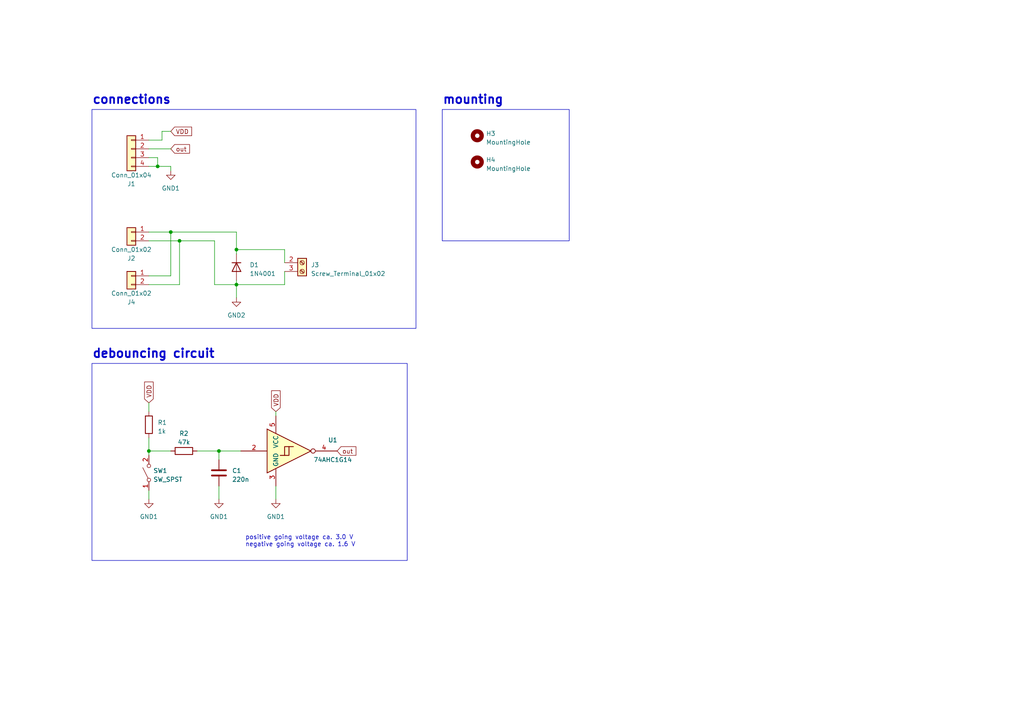
<source format=kicad_sch>
(kicad_sch (version 20230121) (generator eeschema)

  (uuid ff38bd8e-cdde-4344-bb38-5da0b0ef9cde)

  (paper "A4")

  (lib_symbols
    (symbol "74xGxx:74AHC1G14" (in_bom yes) (on_board yes)
      (property "Reference" "U" (at -2.54 3.81 0)
        (effects (font (size 1.27 1.27)))
      )
      (property "Value" "74AHC1G14" (at 0 -3.81 0)
        (effects (font (size 1.27 1.27)))
      )
      (property "Footprint" "" (at 0 0 0)
        (effects (font (size 1.27 1.27)) hide)
      )
      (property "Datasheet" "https://www.ti.com/lit/ds/symlink/sn74lvc1g14.pdf" (at 0 0 0)
        (effects (font (size 1.27 1.27)) hide)
      )
      (property "ki_keywords" "Single Gate NOT Schmitt LVC CMOS" (at 0 0 0)
        (effects (font (size 1.27 1.27)) hide)
      )
      (property "ki_description" "Single Schmitt NOT Gate, Low-Voltage CMOS" (at 0 0 0)
        (effects (font (size 1.27 1.27)) hide)
      )
      (property "ki_fp_filters" "SOT* SG-*" (at 0 0 0)
        (effects (font (size 1.27 1.27)) hide)
      )
      (symbol "74AHC1G14_0_1"
        (polyline
          (pts
            (xy -2.54 -1.27)
            (xy -1.27 -1.27)
            (xy -1.27 1.27)
          )
          (stroke (width 0.254) (type default))
          (fill (type background))
        )
        (polyline
          (pts
            (xy -7.62 6.35)
            (xy -7.62 -6.35)
            (xy 5.08 0)
            (xy -7.62 6.35)
          )
          (stroke (width 0.254) (type default))
          (fill (type background))
        )
        (polyline
          (pts
            (xy -3.81 -1.27)
            (xy -2.54 -1.27)
            (xy -2.54 1.27)
            (xy 0 1.27)
          )
          (stroke (width 0.254) (type default))
          (fill (type background))
        )
      )
      (symbol "74AHC1G14_1_1"
        (pin input line (at -15.24 0 0) (length 7.62)
          (name "~" (effects (font (size 1.27 1.27))))
          (number "2" (effects (font (size 1.27 1.27))))
        )
        (pin power_in line (at -5.08 -10.16 90) (length 5.08)
          (name "GND" (effects (font (size 1.27 1.27))))
          (number "3" (effects (font (size 1.27 1.27))))
        )
        (pin output inverted (at 12.7 0 180) (length 7.62)
          (name "~" (effects (font (size 1.27 1.27))))
          (number "4" (effects (font (size 1.27 1.27))))
        )
        (pin power_in line (at -5.08 10.16 270) (length 5.08)
          (name "VCC" (effects (font (size 1.27 1.27))))
          (number "5" (effects (font (size 1.27 1.27))))
        )
      )
    )
    (symbol "Connector:Screw_Terminal_01x02" (pin_names (offset 1.016) hide) (in_bom yes) (on_board yes)
      (property "Reference" "J3" (at 2.54 -0.635 0)
        (effects (font (size 1.27 1.27)) (justify left))
      )
      (property "Value" "Screw_Terminal_01x02" (at 2.54 -3.175 0)
        (effects (font (size 1.27 1.27)) (justify left))
      )
      (property "Footprint" "Connector_Amphenol:FLTS22WR00" (at 0 0 0)
        (effects (font (size 1.27 1.27)) hide)
      )
      (property "Datasheet" "~" (at 0 0 0)
        (effects (font (size 1.27 1.27)) hide)
      )
      (property "ki_keywords" "screw terminal" (at 0 0 0)
        (effects (font (size 1.27 1.27)) hide)
      )
      (property "ki_description" "Generic screw terminal, single row, 01x02, script generated (kicad-library-utils/schlib/autogen/connector/)" (at 0 0 0)
        (effects (font (size 1.27 1.27)) hide)
      )
      (property "ki_fp_filters" "TerminalBlock*:*" (at 0 0 0)
        (effects (font (size 1.27 1.27)) hide)
      )
      (symbol "Screw_Terminal_01x02_1_1"
        (rectangle (start -1.27 1.27) (end 1.27 -3.81)
          (stroke (width 0.254) (type default))
          (fill (type background))
        )
        (circle (center 0 -2.54) (radius 0.635)
          (stroke (width 0.1524) (type default))
          (fill (type none))
        )
        (polyline
          (pts
            (xy -0.5334 -2.2098)
            (xy 0.3302 -3.048)
          )
          (stroke (width 0.1524) (type default))
          (fill (type none))
        )
        (polyline
          (pts
            (xy -0.5334 0.3302)
            (xy 0.3302 -0.508)
          )
          (stroke (width 0.1524) (type default))
          (fill (type none))
        )
        (polyline
          (pts
            (xy -0.3556 -2.032)
            (xy 0.508 -2.8702)
          )
          (stroke (width 0.1524) (type default))
          (fill (type none))
        )
        (polyline
          (pts
            (xy -0.3556 0.508)
            (xy 0.508 -0.3302)
          )
          (stroke (width 0.1524) (type default))
          (fill (type none))
        )
        (circle (center 0 0) (radius 0.635)
          (stroke (width 0.1524) (type default))
          (fill (type none))
        )
        (pin passive line (at -5.08 0 0) (length 3.81)
          (name "Pin_2" (effects (font (size 1.27 1.27))))
          (number "2" (effects (font (size 1.27 1.27))))
        )
        (pin passive line (at -5.08 -2.54 0) (length 3.81)
          (name "Pin_3" (effects (font (size 1.27 1.27))))
          (number "3" (effects (font (size 1.27 1.27))))
        )
      )
    )
    (symbol "Connector_Generic:Conn_01x02" (pin_names (offset 1.016) hide) (in_bom yes) (on_board yes)
      (property "Reference" "J" (at 0 2.54 0)
        (effects (font (size 1.27 1.27)))
      )
      (property "Value" "Conn_01x02" (at 0 -5.08 0)
        (effects (font (size 1.27 1.27)))
      )
      (property "Footprint" "" (at 0 0 0)
        (effects (font (size 1.27 1.27)) hide)
      )
      (property "Datasheet" "~" (at 0 0 0)
        (effects (font (size 1.27 1.27)) hide)
      )
      (property "ki_keywords" "connector" (at 0 0 0)
        (effects (font (size 1.27 1.27)) hide)
      )
      (property "ki_description" "Generic connector, single row, 01x02, script generated (kicad-library-utils/schlib/autogen/connector/)" (at 0 0 0)
        (effects (font (size 1.27 1.27)) hide)
      )
      (property "ki_fp_filters" "Connector*:*_1x??_*" (at 0 0 0)
        (effects (font (size 1.27 1.27)) hide)
      )
      (symbol "Conn_01x02_1_1"
        (rectangle (start -1.27 -2.413) (end 0 -2.667)
          (stroke (width 0.1524) (type default))
          (fill (type none))
        )
        (rectangle (start -1.27 0.127) (end 0 -0.127)
          (stroke (width 0.1524) (type default))
          (fill (type none))
        )
        (rectangle (start -1.27 1.27) (end 1.27 -3.81)
          (stroke (width 0.254) (type default))
          (fill (type background))
        )
        (pin passive line (at -5.08 0 0) (length 3.81)
          (name "Pin_1" (effects (font (size 1.27 1.27))))
          (number "1" (effects (font (size 1.27 1.27))))
        )
        (pin passive line (at -5.08 -2.54 0) (length 3.81)
          (name "Pin_2" (effects (font (size 1.27 1.27))))
          (number "2" (effects (font (size 1.27 1.27))))
        )
      )
    )
    (symbol "Connector_Generic:Conn_01x04" (pin_names (offset 1.016) hide) (in_bom yes) (on_board yes)
      (property "Reference" "J" (at 0 5.08 0)
        (effects (font (size 1.27 1.27)))
      )
      (property "Value" "Conn_01x04" (at 0 -7.62 0)
        (effects (font (size 1.27 1.27)))
      )
      (property "Footprint" "" (at 0 0 0)
        (effects (font (size 1.27 1.27)) hide)
      )
      (property "Datasheet" "~" (at 0 0 0)
        (effects (font (size 1.27 1.27)) hide)
      )
      (property "ki_keywords" "connector" (at 0 0 0)
        (effects (font (size 1.27 1.27)) hide)
      )
      (property "ki_description" "Generic connector, single row, 01x04, script generated (kicad-library-utils/schlib/autogen/connector/)" (at 0 0 0)
        (effects (font (size 1.27 1.27)) hide)
      )
      (property "ki_fp_filters" "Connector*:*_1x??_*" (at 0 0 0)
        (effects (font (size 1.27 1.27)) hide)
      )
      (symbol "Conn_01x04_1_1"
        (rectangle (start -1.27 -4.953) (end 0 -5.207)
          (stroke (width 0.1524) (type default))
          (fill (type none))
        )
        (rectangle (start -1.27 -2.413) (end 0 -2.667)
          (stroke (width 0.1524) (type default))
          (fill (type none))
        )
        (rectangle (start -1.27 0.127) (end 0 -0.127)
          (stroke (width 0.1524) (type default))
          (fill (type none))
        )
        (rectangle (start -1.27 2.667) (end 0 2.413)
          (stroke (width 0.1524) (type default))
          (fill (type none))
        )
        (rectangle (start -1.27 3.81) (end 1.27 -6.35)
          (stroke (width 0.254) (type default))
          (fill (type background))
        )
        (pin passive line (at -5.08 2.54 0) (length 3.81)
          (name "Pin_1" (effects (font (size 1.27 1.27))))
          (number "1" (effects (font (size 1.27 1.27))))
        )
        (pin passive line (at -5.08 0 0) (length 3.81)
          (name "Pin_2" (effects (font (size 1.27 1.27))))
          (number "2" (effects (font (size 1.27 1.27))))
        )
        (pin passive line (at -5.08 -2.54 0) (length 3.81)
          (name "Pin_3" (effects (font (size 1.27 1.27))))
          (number "3" (effects (font (size 1.27 1.27))))
        )
        (pin passive line (at -5.08 -5.08 0) (length 3.81)
          (name "Pin_4" (effects (font (size 1.27 1.27))))
          (number "4" (effects (font (size 1.27 1.27))))
        )
      )
    )
    (symbol "Device:C" (pin_numbers hide) (pin_names (offset 0.254)) (in_bom yes) (on_board yes)
      (property "Reference" "C" (at 0.635 2.54 0)
        (effects (font (size 1.27 1.27)) (justify left))
      )
      (property "Value" "C" (at 0.635 -2.54 0)
        (effects (font (size 1.27 1.27)) (justify left))
      )
      (property "Footprint" "" (at 0.9652 -3.81 0)
        (effects (font (size 1.27 1.27)) hide)
      )
      (property "Datasheet" "~" (at 0 0 0)
        (effects (font (size 1.27 1.27)) hide)
      )
      (property "ki_keywords" "cap capacitor" (at 0 0 0)
        (effects (font (size 1.27 1.27)) hide)
      )
      (property "ki_description" "Unpolarized capacitor" (at 0 0 0)
        (effects (font (size 1.27 1.27)) hide)
      )
      (property "ki_fp_filters" "C_*" (at 0 0 0)
        (effects (font (size 1.27 1.27)) hide)
      )
      (symbol "C_0_1"
        (polyline
          (pts
            (xy -2.032 -0.762)
            (xy 2.032 -0.762)
          )
          (stroke (width 0.508) (type default))
          (fill (type none))
        )
        (polyline
          (pts
            (xy -2.032 0.762)
            (xy 2.032 0.762)
          )
          (stroke (width 0.508) (type default))
          (fill (type none))
        )
      )
      (symbol "C_1_1"
        (pin passive line (at 0 3.81 270) (length 2.794)
          (name "~" (effects (font (size 1.27 1.27))))
          (number "1" (effects (font (size 1.27 1.27))))
        )
        (pin passive line (at 0 -3.81 90) (length 2.794)
          (name "~" (effects (font (size 1.27 1.27))))
          (number "2" (effects (font (size 1.27 1.27))))
        )
      )
    )
    (symbol "Device:R" (pin_numbers hide) (pin_names (offset 0)) (in_bom yes) (on_board yes)
      (property "Reference" "R" (at 2.032 0 90)
        (effects (font (size 1.27 1.27)))
      )
      (property "Value" "R" (at 0 0 90)
        (effects (font (size 1.27 1.27)))
      )
      (property "Footprint" "" (at -1.778 0 90)
        (effects (font (size 1.27 1.27)) hide)
      )
      (property "Datasheet" "~" (at 0 0 0)
        (effects (font (size 1.27 1.27)) hide)
      )
      (property "ki_keywords" "R res resistor" (at 0 0 0)
        (effects (font (size 1.27 1.27)) hide)
      )
      (property "ki_description" "Resistor" (at 0 0 0)
        (effects (font (size 1.27 1.27)) hide)
      )
      (property "ki_fp_filters" "R_*" (at 0 0 0)
        (effects (font (size 1.27 1.27)) hide)
      )
      (symbol "R_0_1"
        (rectangle (start -1.016 -2.54) (end 1.016 2.54)
          (stroke (width 0.254) (type default))
          (fill (type none))
        )
      )
      (symbol "R_1_1"
        (pin passive line (at 0 3.81 270) (length 1.27)
          (name "~" (effects (font (size 1.27 1.27))))
          (number "1" (effects (font (size 1.27 1.27))))
        )
        (pin passive line (at 0 -3.81 90) (length 1.27)
          (name "~" (effects (font (size 1.27 1.27))))
          (number "2" (effects (font (size 1.27 1.27))))
        )
      )
    )
    (symbol "Diode:1N4001" (pin_numbers hide) (pin_names hide) (in_bom yes) (on_board yes)
      (property "Reference" "D" (at 0 2.54 0)
        (effects (font (size 1.27 1.27)))
      )
      (property "Value" "1N4001" (at 0 -2.54 0)
        (effects (font (size 1.27 1.27)))
      )
      (property "Footprint" "Diode_THT:D_DO-41_SOD81_P10.16mm_Horizontal" (at 0 0 0)
        (effects (font (size 1.27 1.27)) hide)
      )
      (property "Datasheet" "http://www.vishay.com/docs/88503/1n4001.pdf" (at 0 0 0)
        (effects (font (size 1.27 1.27)) hide)
      )
      (property "Sim.Device" "D" (at 0 0 0)
        (effects (font (size 1.27 1.27)) hide)
      )
      (property "Sim.Pins" "1=K 2=A" (at 0 0 0)
        (effects (font (size 1.27 1.27)) hide)
      )
      (property "ki_keywords" "diode" (at 0 0 0)
        (effects (font (size 1.27 1.27)) hide)
      )
      (property "ki_description" "50V 1A General Purpose Rectifier Diode, DO-41" (at 0 0 0)
        (effects (font (size 1.27 1.27)) hide)
      )
      (property "ki_fp_filters" "D*DO?41*" (at 0 0 0)
        (effects (font (size 1.27 1.27)) hide)
      )
      (symbol "1N4001_0_1"
        (polyline
          (pts
            (xy -1.27 1.27)
            (xy -1.27 -1.27)
          )
          (stroke (width 0.254) (type default))
          (fill (type none))
        )
        (polyline
          (pts
            (xy 1.27 0)
            (xy -1.27 0)
          )
          (stroke (width 0) (type default))
          (fill (type none))
        )
        (polyline
          (pts
            (xy 1.27 1.27)
            (xy 1.27 -1.27)
            (xy -1.27 0)
            (xy 1.27 1.27)
          )
          (stroke (width 0.254) (type default))
          (fill (type none))
        )
      )
      (symbol "1N4001_1_1"
        (pin passive line (at -3.81 0 0) (length 2.54)
          (name "K" (effects (font (size 1.27 1.27))))
          (number "1" (effects (font (size 1.27 1.27))))
        )
        (pin passive line (at 3.81 0 180) (length 2.54)
          (name "A" (effects (font (size 1.27 1.27))))
          (number "2" (effects (font (size 1.27 1.27))))
        )
      )
    )
    (symbol "Mechanical:MountingHole" (pin_names (offset 1.016)) (in_bom yes) (on_board yes)
      (property "Reference" "H" (at 0 5.08 0)
        (effects (font (size 1.27 1.27)))
      )
      (property "Value" "MountingHole" (at 0 3.175 0)
        (effects (font (size 1.27 1.27)))
      )
      (property "Footprint" "" (at 0 0 0)
        (effects (font (size 1.27 1.27)) hide)
      )
      (property "Datasheet" "~" (at 0 0 0)
        (effects (font (size 1.27 1.27)) hide)
      )
      (property "ki_keywords" "mounting hole" (at 0 0 0)
        (effects (font (size 1.27 1.27)) hide)
      )
      (property "ki_description" "Mounting Hole without connection" (at 0 0 0)
        (effects (font (size 1.27 1.27)) hide)
      )
      (property "ki_fp_filters" "MountingHole*" (at 0 0 0)
        (effects (font (size 1.27 1.27)) hide)
      )
      (symbol "MountingHole_0_1"
        (circle (center 0 0) (radius 1.27)
          (stroke (width 1.27) (type default))
          (fill (type none))
        )
      )
    )
    (symbol "Switch:SW_SPST" (pin_names (offset 0) hide) (in_bom yes) (on_board yes)
      (property "Reference" "SW" (at 0 3.175 0)
        (effects (font (size 1.27 1.27)))
      )
      (property "Value" "SW_SPST" (at 0 -2.54 0)
        (effects (font (size 1.27 1.27)))
      )
      (property "Footprint" "" (at 0 0 0)
        (effects (font (size 1.27 1.27)) hide)
      )
      (property "Datasheet" "~" (at 0 0 0)
        (effects (font (size 1.27 1.27)) hide)
      )
      (property "ki_keywords" "switch lever" (at 0 0 0)
        (effects (font (size 1.27 1.27)) hide)
      )
      (property "ki_description" "Single Pole Single Throw (SPST) switch" (at 0 0 0)
        (effects (font (size 1.27 1.27)) hide)
      )
      (symbol "SW_SPST_0_0"
        (circle (center -2.032 0) (radius 0.508)
          (stroke (width 0) (type default))
          (fill (type none))
        )
        (polyline
          (pts
            (xy -1.524 0.254)
            (xy 1.524 1.778)
          )
          (stroke (width 0) (type default))
          (fill (type none))
        )
        (circle (center 2.032 0) (radius 0.508)
          (stroke (width 0) (type default))
          (fill (type none))
        )
      )
      (symbol "SW_SPST_1_1"
        (pin passive line (at -5.08 0 0) (length 2.54)
          (name "A" (effects (font (size 1.27 1.27))))
          (number "1" (effects (font (size 1.27 1.27))))
        )
        (pin passive line (at 5.08 0 180) (length 2.54)
          (name "B" (effects (font (size 1.27 1.27))))
          (number "2" (effects (font (size 1.27 1.27))))
        )
      )
    )
    (symbol "power:GND1" (power) (pin_names (offset 0)) (in_bom yes) (on_board yes)
      (property "Reference" "#PWR" (at 0 -6.35 0)
        (effects (font (size 1.27 1.27)) hide)
      )
      (property "Value" "GND1" (at 0 -3.81 0)
        (effects (font (size 1.27 1.27)))
      )
      (property "Footprint" "" (at 0 0 0)
        (effects (font (size 1.27 1.27)) hide)
      )
      (property "Datasheet" "" (at 0 0 0)
        (effects (font (size 1.27 1.27)) hide)
      )
      (property "ki_keywords" "global power" (at 0 0 0)
        (effects (font (size 1.27 1.27)) hide)
      )
      (property "ki_description" "Power symbol creates a global label with name \"GND1\" , ground" (at 0 0 0)
        (effects (font (size 1.27 1.27)) hide)
      )
      (symbol "GND1_0_1"
        (polyline
          (pts
            (xy 0 0)
            (xy 0 -1.27)
            (xy 1.27 -1.27)
            (xy 0 -2.54)
            (xy -1.27 -1.27)
            (xy 0 -1.27)
          )
          (stroke (width 0) (type default))
          (fill (type none))
        )
      )
      (symbol "GND1_1_1"
        (pin power_in line (at 0 0 270) (length 0) hide
          (name "GND1" (effects (font (size 1.27 1.27))))
          (number "1" (effects (font (size 1.27 1.27))))
        )
      )
    )
    (symbol "power:GND2" (power) (pin_names (offset 0)) (in_bom yes) (on_board yes)
      (property "Reference" "#PWR" (at 0 -6.35 0)
        (effects (font (size 1.27 1.27)) hide)
      )
      (property "Value" "GND2" (at 0 -3.81 0)
        (effects (font (size 1.27 1.27)))
      )
      (property "Footprint" "" (at 0 0 0)
        (effects (font (size 1.27 1.27)) hide)
      )
      (property "Datasheet" "" (at 0 0 0)
        (effects (font (size 1.27 1.27)) hide)
      )
      (property "ki_keywords" "global power" (at 0 0 0)
        (effects (font (size 1.27 1.27)) hide)
      )
      (property "ki_description" "Power symbol creates a global label with name \"GND2\" , ground" (at 0 0 0)
        (effects (font (size 1.27 1.27)) hide)
      )
      (symbol "GND2_0_1"
        (polyline
          (pts
            (xy 0 0)
            (xy 0 -1.27)
            (xy 1.27 -1.27)
            (xy 0 -2.54)
            (xy -1.27 -1.27)
            (xy 0 -1.27)
          )
          (stroke (width 0) (type default))
          (fill (type none))
        )
      )
      (symbol "GND2_1_1"
        (pin power_in line (at 0 0 270) (length 0) hide
          (name "GND2" (effects (font (size 1.27 1.27))))
          (number "1" (effects (font (size 1.27 1.27))))
        )
      )
    )
  )

  (junction (at 68.58 72.39) (diameter 0) (color 0 0 0 0)
    (uuid 1a708e07-411e-41ba-b9ca-960f56ab36fc)
  )
  (junction (at 43.18 130.81) (diameter 0) (color 0 0 0 0)
    (uuid 6abde5cc-fa43-4022-a1b9-5e9f282f5b20)
  )
  (junction (at 45.72 48.26) (diameter 0) (color 0 0 0 0)
    (uuid 7accb08f-9429-443c-8002-381e49ababda)
  )
  (junction (at 63.5 130.81) (diameter 0) (color 0 0 0 0)
    (uuid 7c040cb4-878d-4334-92fe-79146715adb2)
  )
  (junction (at 52.07 69.85) (diameter 0) (color 0 0 0 0)
    (uuid 981ed7d1-875a-4c78-a364-6aecb4dd95fb)
  )
  (junction (at 49.53 67.31) (diameter 0) (color 0 0 0 0)
    (uuid cb49408e-63f0-4802-b33b-b79579e28264)
  )
  (junction (at 68.58 82.55) (diameter 0) (color 0 0 0 0)
    (uuid d60df688-ae32-4360-8472-8af3f1f61709)
  )

  (wire (pts (xy 43.18 48.26) (xy 45.72 48.26))
    (stroke (width 0) (type default))
    (uuid 032a22fa-eb8b-46a4-a730-6c454ebd5ec5)
  )
  (wire (pts (xy 68.58 82.55) (xy 68.58 86.36))
    (stroke (width 0) (type default))
    (uuid 0d0a92d6-0a30-4759-ab63-0b6be2262c46)
  )
  (wire (pts (xy 82.55 78.74) (xy 82.55 82.55))
    (stroke (width 0) (type default))
    (uuid 0f5dfff2-8ac4-47c7-b0d1-4cd27e0008ed)
  )
  (wire (pts (xy 46.99 40.64) (xy 43.18 40.64))
    (stroke (width 0) (type default))
    (uuid 100ef93c-7157-4941-b668-33fc05ede70e)
  )
  (wire (pts (xy 43.18 69.85) (xy 52.07 69.85))
    (stroke (width 0) (type default))
    (uuid 12ae9d92-9df2-4efb-89c1-9b16736c20be)
  )
  (wire (pts (xy 57.15 130.81) (xy 63.5 130.81))
    (stroke (width 0) (type default))
    (uuid 14671c86-c72c-4fc4-ae0a-0b5de5b358fd)
  )
  (wire (pts (xy 68.58 67.31) (xy 68.58 72.39))
    (stroke (width 0) (type default))
    (uuid 1f03cda3-5bb6-4978-9b9b-013fa9b6deb3)
  )
  (wire (pts (xy 43.18 82.55) (xy 52.07 82.55))
    (stroke (width 0) (type default))
    (uuid 27601231-4032-4f14-bcff-5961d86f3a0f)
  )
  (wire (pts (xy 82.55 82.55) (xy 68.58 82.55))
    (stroke (width 0) (type default))
    (uuid 2ef1ea5c-7c1e-4464-979a-9cab26ac3899)
  )
  (wire (pts (xy 49.53 80.01) (xy 49.53 67.31))
    (stroke (width 0) (type default))
    (uuid 317aef8e-d7fe-4103-8ccc-0d5e18135da0)
  )
  (wire (pts (xy 52.07 69.85) (xy 62.23 69.85))
    (stroke (width 0) (type default))
    (uuid 3ca99e75-5358-4e1c-883e-d105d564efc8)
  )
  (wire (pts (xy 46.99 38.1) (xy 49.53 38.1))
    (stroke (width 0) (type default))
    (uuid 3edada00-3b79-4406-9452-d1dd4a38d13b)
  )
  (wire (pts (xy 43.18 116.84) (xy 43.18 119.38))
    (stroke (width 0) (type default))
    (uuid 43935344-3bd0-4204-b952-94bafb3e1b81)
  )
  (wire (pts (xy 43.18 130.81) (xy 43.18 132.08))
    (stroke (width 0) (type default))
    (uuid 55e9e414-7ebe-4633-97af-fb25809adf8b)
  )
  (wire (pts (xy 49.53 49.53) (xy 49.53 48.26))
    (stroke (width 0) (type default))
    (uuid 5a43deee-59d0-4174-88e5-abf437c2858c)
  )
  (wire (pts (xy 49.53 130.81) (xy 43.18 130.81))
    (stroke (width 0) (type default))
    (uuid 5b15a335-28e3-415d-b164-8e13b9641caf)
  )
  (wire (pts (xy 43.18 45.72) (xy 45.72 45.72))
    (stroke (width 0) (type default))
    (uuid 5b2c6380-0282-4a84-82bd-da30f4ef3b13)
  )
  (wire (pts (xy 63.5 130.81) (xy 63.5 133.35))
    (stroke (width 0) (type default))
    (uuid 5c773cde-f7ac-416a-b3c1-8599e9512c96)
  )
  (wire (pts (xy 43.18 144.78) (xy 43.18 142.24))
    (stroke (width 0) (type default))
    (uuid 6ac3fd54-deda-46f1-a2bc-1b9300aaac75)
  )
  (wire (pts (xy 43.18 43.18) (xy 49.53 43.18))
    (stroke (width 0) (type default))
    (uuid 6d12e425-3e2e-4716-b570-f8666e4b3430)
  )
  (wire (pts (xy 62.23 82.55) (xy 68.58 82.55))
    (stroke (width 0) (type default))
    (uuid 736afcfd-4a48-4cda-843d-d331a577fbe3)
  )
  (wire (pts (xy 68.58 82.55) (xy 68.58 81.28))
    (stroke (width 0) (type default))
    (uuid 73abed7d-c02f-42bc-bf23-cfff2b0c207f)
  )
  (wire (pts (xy 45.72 48.26) (xy 49.53 48.26))
    (stroke (width 0) (type default))
    (uuid 7409dae5-e4e8-41d2-8d74-05c991caabef)
  )
  (wire (pts (xy 69.85 130.81) (xy 63.5 130.81))
    (stroke (width 0) (type default))
    (uuid 74503b03-8738-4350-a951-37492aaad431)
  )
  (wire (pts (xy 80.01 144.78) (xy 80.01 140.97))
    (stroke (width 0) (type default))
    (uuid 998d15f9-c2fe-4a0e-90ad-e79f30809868)
  )
  (wire (pts (xy 80.01 119.38) (xy 80.01 120.65))
    (stroke (width 0) (type default))
    (uuid 9b98188d-3bc9-4d58-8361-870f4b7b792f)
  )
  (wire (pts (xy 43.18 127) (xy 43.18 130.81))
    (stroke (width 0) (type default))
    (uuid a8626405-7718-40ee-a3ab-e55007db5b62)
  )
  (wire (pts (xy 45.72 45.72) (xy 45.72 48.26))
    (stroke (width 0) (type default))
    (uuid b0c2ce90-9c29-459a-92e4-6ff254e7f21f)
  )
  (wire (pts (xy 62.23 69.85) (xy 62.23 82.55))
    (stroke (width 0) (type default))
    (uuid c222d259-8d67-47f5-8fbb-86585f608e1f)
  )
  (wire (pts (xy 82.55 72.39) (xy 82.55 76.2))
    (stroke (width 0) (type default))
    (uuid c8984733-9369-4356-b8dd-3fcf6fa1882a)
  )
  (wire (pts (xy 52.07 69.85) (xy 52.07 82.55))
    (stroke (width 0) (type default))
    (uuid cc73924b-9636-477a-a874-dd6c26b90b07)
  )
  (wire (pts (xy 68.58 72.39) (xy 68.58 73.66))
    (stroke (width 0) (type default))
    (uuid d7c9584b-9bb6-452e-9c3e-bb00db0305bb)
  )
  (wire (pts (xy 43.18 67.31) (xy 49.53 67.31))
    (stroke (width 0) (type default))
    (uuid de7b5b1e-05f2-4612-b6ad-ed69aa339be1)
  )
  (wire (pts (xy 49.53 67.31) (xy 68.58 67.31))
    (stroke (width 0) (type default))
    (uuid e31a2267-c52b-40cb-b97d-e0c7f1f779dc)
  )
  (wire (pts (xy 43.18 80.01) (xy 49.53 80.01))
    (stroke (width 0) (type default))
    (uuid e72b0bbf-a54b-4a33-a07d-988a310d7698)
  )
  (wire (pts (xy 46.99 38.1) (xy 46.99 40.64))
    (stroke (width 0) (type default))
    (uuid e9321ff1-c72b-4ed5-b0a0-c5b903d2b99c)
  )
  (wire (pts (xy 63.5 144.78) (xy 63.5 140.97))
    (stroke (width 0) (type default))
    (uuid fc81460b-d6be-427e-9f35-c8df44e16e35)
  )
  (wire (pts (xy 68.58 72.39) (xy 82.55 72.39))
    (stroke (width 0) (type default))
    (uuid fc878014-199b-4b6a-bf96-46649803526d)
  )

  (rectangle (start 128.27 31.75) (end 165.1 69.85)
    (stroke (width 0) (type default))
    (fill (type none))
    (uuid 0b71b340-07a4-4a7a-9f4f-774515751460)
  )
  (rectangle (start 26.67 31.75) (end 120.65 95.25)
    (stroke (width 0) (type default))
    (fill (type none))
    (uuid 29904373-f705-4332-aa59-c1c8c2768088)
  )
  (rectangle (start 26.67 105.41) (end 118.11 162.56)
    (stroke (width 0) (type default))
    (fill (type none))
    (uuid 3266c8cc-5608-4962-a7db-a577179d36cb)
  )

  (text "mounting" (at 128.27 30.48 0)
    (effects (font (size 2.5 2.5) (thickness 0.5) bold) (justify left bottom))
    (uuid 5d1c1182-a783-48ad-89d5-f530d8feb6d8)
  )
  (text "debouncing circuit" (at 26.67 104.14 0)
    (effects (font (size 2.5 2.5) (thickness 0.5) bold) (justify left bottom))
    (uuid 871d4147-5885-4b22-bbdd-e46edfc9387f)
  )
  (text "connections" (at 26.67 30.48 0)
    (effects (font (size 2.5 2.5) (thickness 0.5) bold) (justify left bottom))
    (uuid be64f525-151e-40f9-bfe9-766518aae579)
  )
  (text "positive going voltage ca. 3.0 V\nnegative going voltage ca. 1.6 V"
    (at 71.12 158.75 0)
    (effects (font (size 1.27 1.27)) (justify left bottom))
    (uuid c98c33dc-016f-4223-b6d6-5f17549b16a9)
  )

  (global_label "out" (shape input) (at 97.79 130.81 0) (fields_autoplaced)
    (effects (font (size 1.27 1.27)) (justify left))
    (uuid 6ce0d9e9-d7b3-4945-abe6-bdaf9b06fa3c)
    (property "Intersheetrefs" "${INTERSHEET_REFS}" (at 103.7195 130.81 0)
      (effects (font (size 1.27 1.27)) (justify left) hide)
    )
  )
  (global_label "VDD" (shape input) (at 43.18 116.84 90) (fields_autoplaced)
    (effects (font (size 1.27 1.27)) (justify left))
    (uuid 815e602d-4b1c-4c2f-8e2c-4d48aef3298e)
    (property "Intersheetrefs" "${INTERSHEET_REFS}" (at 43.18 110.3056 90)
      (effects (font (size 1.27 1.27)) (justify left) hide)
    )
  )
  (global_label "out" (shape input) (at 49.53 43.18 0) (fields_autoplaced)
    (effects (font (size 1.27 1.27)) (justify left))
    (uuid c5e0612f-59c5-4228-b1ba-6a0d1c9a74ad)
    (property "Intersheetrefs" "${INTERSHEET_REFS}" (at 55.4595 43.18 0)
      (effects (font (size 1.27 1.27)) (justify left) hide)
    )
  )
  (global_label "VDD" (shape input) (at 49.53 38.1 0) (fields_autoplaced)
    (effects (font (size 1.27 1.27)) (justify left))
    (uuid d34c73f6-511d-4b88-95ef-cf6d9afdef7a)
    (property "Intersheetrefs" "${INTERSHEET_REFS}" (at 56.0644 38.1 0)
      (effects (font (size 1.27 1.27)) (justify left) hide)
    )
  )
  (global_label "VDD" (shape input) (at 80.01 119.38 90) (fields_autoplaced)
    (effects (font (size 1.27 1.27)) (justify left))
    (uuid f802cf02-fe4d-431e-8a0b-5d41517201ab)
    (property "Intersheetrefs" "${INTERSHEET_REFS}" (at 80.01 112.8456 90)
      (effects (font (size 1.27 1.27)) (justify left) hide)
    )
  )

  (symbol (lib_id "Device:R") (at 43.18 123.19 0) (unit 1)
    (in_bom yes) (on_board yes) (dnp no) (fields_autoplaced)
    (uuid 04a996ca-15c6-453b-a685-d25cf93344f3)
    (property "Reference" "R1" (at 45.72 122.555 0)
      (effects (font (size 1.27 1.27)) (justify left))
    )
    (property "Value" "1k" (at 45.72 125.095 0)
      (effects (font (size 1.27 1.27)) (justify left))
    )
    (property "Footprint" "Resistor_SMD:R_0603_1608Metric_Pad0.98x0.95mm_HandSolder" (at 41.402 123.19 90)
      (effects (font (size 1.27 1.27)) hide)
    )
    (property "Datasheet" "~" (at 43.18 123.19 0)
      (effects (font (size 1.27 1.27)) hide)
    )
    (pin "1" (uuid beee1957-aaa0-4616-8381-dae40d695c5e))
    (pin "2" (uuid eb58c65f-78d4-490d-b886-289337bbe5a8))
    (instances
      (project "adapter_pcb"
        (path "/ff38bd8e-cdde-4344-bb38-5da0b0ef9cde"
          (reference "R1") (unit 1)
        )
      )
    )
  )

  (symbol (lib_id "Connector_Generic:Conn_01x04") (at 38.1 43.18 0) (mirror y) (unit 1)
    (in_bom yes) (on_board yes) (dnp no)
    (uuid 204eace5-78b2-4d96-86be-3d6e313aa03b)
    (property "Reference" "J1" (at 38.1 53.34 0)
      (effects (font (size 1.27 1.27)))
    )
    (property "Value" "Conn_01x04" (at 38.1 50.8 0)
      (effects (font (size 1.27 1.27)))
    )
    (property "Footprint" "Connector_JST:JST_GH_SM04B-GHS-TB_1x04-1MP_P1.25mm_Horizontal" (at 38.1 43.18 0)
      (effects (font (size 1.27 1.27)) hide)
    )
    (property "Datasheet" "~" (at 38.1 43.18 0)
      (effects (font (size 1.27 1.27)) hide)
    )
    (pin "1" (uuid 1ed83606-a048-4290-92bd-4be932f4fb2f))
    (pin "2" (uuid 4ca025e6-4979-4a34-97ce-084b90071919))
    (pin "3" (uuid 5b635291-57d8-41f5-bb2d-e8f9a9711ca7))
    (pin "4" (uuid 5e9076be-6afe-4cd7-ad70-de2180c04fc6))
    (instances
      (project "adapter_pcb"
        (path "/ff38bd8e-cdde-4344-bb38-5da0b0ef9cde"
          (reference "J1") (unit 1)
        )
      )
    )
  )

  (symbol (lib_id "power:GND2") (at 68.58 86.36 0) (unit 1)
    (in_bom yes) (on_board yes) (dnp no) (fields_autoplaced)
    (uuid 25191e3c-d944-4484-bab3-0e2f83daa4e2)
    (property "Reference" "#PWR07" (at 68.58 92.71 0)
      (effects (font (size 1.27 1.27)) hide)
    )
    (property "Value" "GND2" (at 68.58 91.44 0)
      (effects (font (size 1.27 1.27)))
    )
    (property "Footprint" "" (at 68.58 86.36 0)
      (effects (font (size 1.27 1.27)) hide)
    )
    (property "Datasheet" "" (at 68.58 86.36 0)
      (effects (font (size 1.27 1.27)) hide)
    )
    (pin "1" (uuid 163663fe-57ee-43ed-80a7-6f3c99a472c0))
    (instances
      (project "adapter_pcb"
        (path "/ff38bd8e-cdde-4344-bb38-5da0b0ef9cde"
          (reference "#PWR07") (unit 1)
        )
      )
    )
  )

  (symbol (lib_id "74xGxx:74AHC1G14") (at 85.09 130.81 0) (unit 1)
    (in_bom yes) (on_board yes) (dnp no)
    (uuid 37258ac3-4a15-4693-9019-4197414bf465)
    (property "Reference" "U1" (at 96.52 127.6351 0)
      (effects (font (size 1.27 1.27)))
    )
    (property "Value" "74AHC1G14" (at 96.52 133.35 0)
      (effects (font (size 1.27 1.27)))
    )
    (property "Footprint" "Package_TO_SOT_SMD:SOT-353_SC-70-5" (at 85.09 130.81 0)
      (effects (font (size 1.27 1.27)) hide)
    )
    (property "Datasheet" "https://www.ti.com/lit/ds/symlink/sn74lvc1g14.pdf" (at 85.09 130.81 0)
      (effects (font (size 1.27 1.27)) hide)
    )
    (pin "2" (uuid 3ef27444-b9de-4784-ac65-a6153ae28aba))
    (pin "3" (uuid 5549b412-ed96-49a8-8e07-63aacfab235f))
    (pin "4" (uuid b31773b6-65d7-4d24-9718-c9c5b7737386))
    (pin "5" (uuid f60361e7-bf89-4b3a-a57c-9e49e9db3c6e))
    (instances
      (project "adapter_pcb"
        (path "/ff38bd8e-cdde-4344-bb38-5da0b0ef9cde"
          (reference "U1") (unit 1)
        )
      )
    )
  )

  (symbol (lib_id "Connector_Generic:Conn_01x02") (at 38.1 67.31 0) (mirror y) (unit 1)
    (in_bom yes) (on_board yes) (dnp no)
    (uuid 3e303b78-8b96-437a-9620-a1a045d23de1)
    (property "Reference" "J2" (at 38.1 74.93 0)
      (effects (font (size 1.27 1.27)))
    )
    (property "Value" "Conn_01x02" (at 38.1 72.39 0)
      (effects (font (size 1.27 1.27)))
    )
    (property "Footprint" "Connector_Molex:Molex_Micro-Fit_3.0_43650-0210_1x02-1MP_P3.00mm_Horizontal" (at 38.1 67.31 0)
      (effects (font (size 1.27 1.27)) hide)
    )
    (property "Datasheet" "~" (at 38.1 67.31 0)
      (effects (font (size 1.27 1.27)) hide)
    )
    (pin "1" (uuid 366043cb-3c05-4a90-b1e3-69765e38df34))
    (pin "2" (uuid 22fef256-ced4-41e9-a321-623ba3ce76af))
    (instances
      (project "adapter_pcb"
        (path "/ff38bd8e-cdde-4344-bb38-5da0b0ef9cde"
          (reference "J2") (unit 1)
        )
      )
    )
  )

  (symbol (lib_id "power:GND1") (at 49.53 49.53 0) (unit 1)
    (in_bom yes) (on_board yes) (dnp no) (fields_autoplaced)
    (uuid 3ec2f8cb-602a-4fd2-9ff1-402a77bcb934)
    (property "Reference" "#PWR06" (at 49.53 55.88 0)
      (effects (font (size 1.27 1.27)) hide)
    )
    (property "Value" "GND1" (at 49.53 54.61 0)
      (effects (font (size 1.27 1.27)))
    )
    (property "Footprint" "" (at 49.53 49.53 0)
      (effects (font (size 1.27 1.27)) hide)
    )
    (property "Datasheet" "" (at 49.53 49.53 0)
      (effects (font (size 1.27 1.27)) hide)
    )
    (pin "1" (uuid 7222972c-7895-4c56-ace8-addc24eb4c5a))
    (instances
      (project "adapter_pcb"
        (path "/ff38bd8e-cdde-4344-bb38-5da0b0ef9cde"
          (reference "#PWR06") (unit 1)
        )
      )
    )
  )

  (symbol (lib_id "power:GND1") (at 63.5 144.78 0) (unit 1)
    (in_bom yes) (on_board yes) (dnp no) (fields_autoplaced)
    (uuid 45fe6e1f-733d-4225-b40b-bbce1e775f62)
    (property "Reference" "#PWR03" (at 63.5 151.13 0)
      (effects (font (size 1.27 1.27)) hide)
    )
    (property "Value" "GND1" (at 63.5 149.86 0)
      (effects (font (size 1.27 1.27)))
    )
    (property "Footprint" "" (at 63.5 144.78 0)
      (effects (font (size 1.27 1.27)) hide)
    )
    (property "Datasheet" "" (at 63.5 144.78 0)
      (effects (font (size 1.27 1.27)) hide)
    )
    (pin "1" (uuid a1a600e6-b3ed-449b-aefa-c15992cf8b25))
    (instances
      (project "adapter_pcb"
        (path "/ff38bd8e-cdde-4344-bb38-5da0b0ef9cde"
          (reference "#PWR03") (unit 1)
        )
      )
    )
  )

  (symbol (lib_id "power:GND1") (at 43.18 144.78 0) (unit 1)
    (in_bom yes) (on_board yes) (dnp no) (fields_autoplaced)
    (uuid 6a879cb7-8fe1-47ac-91eb-c03ab6abe554)
    (property "Reference" "#PWR02" (at 43.18 151.13 0)
      (effects (font (size 1.27 1.27)) hide)
    )
    (property "Value" "GND1" (at 43.18 149.86 0)
      (effects (font (size 1.27 1.27)))
    )
    (property "Footprint" "" (at 43.18 144.78 0)
      (effects (font (size 1.27 1.27)) hide)
    )
    (property "Datasheet" "" (at 43.18 144.78 0)
      (effects (font (size 1.27 1.27)) hide)
    )
    (pin "1" (uuid 11008c16-6f78-4bf0-a702-9af5a5ff015c))
    (instances
      (project "adapter_pcb"
        (path "/ff38bd8e-cdde-4344-bb38-5da0b0ef9cde"
          (reference "#PWR02") (unit 1)
        )
      )
    )
  )

  (symbol (lib_id "Connector_Generic:Conn_01x02") (at 38.1 80.01 0) (mirror y) (unit 1)
    (in_bom yes) (on_board yes) (dnp no)
    (uuid 6f18de71-915f-4c26-86aa-566a53a353f0)
    (property "Reference" "J4" (at 38.1 87.63 0)
      (effects (font (size 1.27 1.27)))
    )
    (property "Value" "Conn_01x02" (at 38.1 85.09 0)
      (effects (font (size 1.27 1.27)))
    )
    (property "Footprint" "Connector_Molex:Molex_Micro-Fit_3.0_43650-0210_1x02-1MP_P3.00mm_Horizontal" (at 38.1 80.01 0)
      (effects (font (size 1.27 1.27)) hide)
    )
    (property "Datasheet" "~" (at 38.1 80.01 0)
      (effects (font (size 1.27 1.27)) hide)
    )
    (pin "1" (uuid e3391c18-1b4b-44ad-a974-4819f3a049d0))
    (pin "2" (uuid 1b338056-f9b4-4e54-a1ae-0f3ecb810b1f))
    (instances
      (project "adapter_pcb"
        (path "/ff38bd8e-cdde-4344-bb38-5da0b0ef9cde"
          (reference "J4") (unit 1)
        )
      )
    )
  )

  (symbol (lib_id "power:GND1") (at 80.01 144.78 0) (unit 1)
    (in_bom yes) (on_board yes) (dnp no) (fields_autoplaced)
    (uuid 83a4e4ca-ffb3-4c8e-a3e8-735d0a236811)
    (property "Reference" "#PWR04" (at 80.01 151.13 0)
      (effects (font (size 1.27 1.27)) hide)
    )
    (property "Value" "GND1" (at 80.01 149.86 0)
      (effects (font (size 1.27 1.27)))
    )
    (property "Footprint" "" (at 80.01 144.78 0)
      (effects (font (size 1.27 1.27)) hide)
    )
    (property "Datasheet" "" (at 80.01 144.78 0)
      (effects (font (size 1.27 1.27)) hide)
    )
    (pin "1" (uuid e5c3d4c1-99c9-4df2-a4f3-d374cdc56c73))
    (instances
      (project "adapter_pcb"
        (path "/ff38bd8e-cdde-4344-bb38-5da0b0ef9cde"
          (reference "#PWR04") (unit 1)
        )
      )
    )
  )

  (symbol (lib_id "Mechanical:MountingHole") (at 138.43 46.99 0) (unit 1)
    (in_bom yes) (on_board yes) (dnp no) (fields_autoplaced)
    (uuid 8f0cb3ef-1d31-45c6-8641-c595db9d6683)
    (property "Reference" "H4" (at 140.97 46.355 0)
      (effects (font (size 1.27 1.27)) (justify left))
    )
    (property "Value" "MountingHole" (at 140.97 48.895 0)
      (effects (font (size 1.27 1.27)) (justify left))
    )
    (property "Footprint" "MountingHole:MountingHole_3.2mm_M3" (at 138.43 46.99 0)
      (effects (font (size 1.27 1.27)) hide)
    )
    (property "Datasheet" "~" (at 138.43 46.99 0)
      (effects (font (size 1.27 1.27)) hide)
    )
    (instances
      (project "adapter_pcb"
        (path "/ff38bd8e-cdde-4344-bb38-5da0b0ef9cde"
          (reference "H4") (unit 1)
        )
      )
    )
  )

  (symbol (lib_id "Diode:1N4001") (at 68.58 77.47 270) (unit 1)
    (in_bom yes) (on_board yes) (dnp no)
    (uuid 98610556-38d0-41b9-bad6-8a6c5812578b)
    (property "Reference" "D1" (at 72.39 76.835 90)
      (effects (font (size 1.27 1.27)) (justify left))
    )
    (property "Value" "1N4001" (at 72.39 79.375 90)
      (effects (font (size 1.27 1.27)) (justify left))
    )
    (property "Footprint" "Diode_SMD:D_SOD-128" (at 68.58 77.47 0)
      (effects (font (size 1.27 1.27)) hide)
    )
    (property "Datasheet" "http://www.vishay.com/docs/88503/1n4001.pdf" (at 68.58 77.47 0)
      (effects (font (size 1.27 1.27)) hide)
    )
    (property "Sim.Device" "D" (at 68.58 77.47 0)
      (effects (font (size 1.27 1.27)) hide)
    )
    (property "Sim.Pins" "1=K 2=A" (at 68.58 77.47 0)
      (effects (font (size 1.27 1.27)) hide)
    )
    (pin "1" (uuid a097d3f4-1278-4cb2-8825-2ac0c1f1fd90))
    (pin "2" (uuid 36f457c2-9357-4148-a2e2-d363c07c871a))
    (instances
      (project "adapter_pcb"
        (path "/ff38bd8e-cdde-4344-bb38-5da0b0ef9cde"
          (reference "D1") (unit 1)
        )
      )
    )
  )

  (symbol (lib_id "Mechanical:MountingHole") (at 138.43 39.37 0) (unit 1)
    (in_bom yes) (on_board yes) (dnp no) (fields_autoplaced)
    (uuid bd24b7e2-4e2f-4a70-a603-d97dca48530e)
    (property "Reference" "H3" (at 140.97 38.735 0)
      (effects (font (size 1.27 1.27)) (justify left))
    )
    (property "Value" "MountingHole" (at 140.97 41.275 0)
      (effects (font (size 1.27 1.27)) (justify left))
    )
    (property "Footprint" "MountingHole:MountingHole_3.2mm_M3" (at 138.43 39.37 0)
      (effects (font (size 1.27 1.27)) hide)
    )
    (property "Datasheet" "~" (at 138.43 39.37 0)
      (effects (font (size 1.27 1.27)) hide)
    )
    (instances
      (project "adapter_pcb"
        (path "/ff38bd8e-cdde-4344-bb38-5da0b0ef9cde"
          (reference "H3") (unit 1)
        )
      )
    )
  )

  (symbol (lib_id "Device:R") (at 53.34 130.81 270) (unit 1)
    (in_bom yes) (on_board yes) (dnp no) (fields_autoplaced)
    (uuid c0cfea12-a839-423e-8c6c-77a346635879)
    (property "Reference" "R2" (at 53.34 125.73 90)
      (effects (font (size 1.27 1.27)))
    )
    (property "Value" "47k" (at 53.34 128.27 90)
      (effects (font (size 1.27 1.27)))
    )
    (property "Footprint" "Resistor_SMD:R_0603_1608Metric_Pad0.98x0.95mm_HandSolder" (at 53.34 129.032 90)
      (effects (font (size 1.27 1.27)) hide)
    )
    (property "Datasheet" "~" (at 53.34 130.81 0)
      (effects (font (size 1.27 1.27)) hide)
    )
    (pin "1" (uuid c799b5d2-39db-4fab-9cbf-7b19a32a819c))
    (pin "2" (uuid 32a4bf46-78ad-48b1-90ae-6795d289195d))
    (instances
      (project "adapter_pcb"
        (path "/ff38bd8e-cdde-4344-bb38-5da0b0ef9cde"
          (reference "R2") (unit 1)
        )
      )
    )
  )

  (symbol (lib_id "Device:C") (at 63.5 137.16 0) (unit 1)
    (in_bom yes) (on_board yes) (dnp no) (fields_autoplaced)
    (uuid dcd98a56-8871-4faa-a4f5-7085068c9486)
    (property "Reference" "C1" (at 67.31 136.525 0)
      (effects (font (size 1.27 1.27)) (justify left))
    )
    (property "Value" "220n" (at 67.31 139.065 0)
      (effects (font (size 1.27 1.27)) (justify left))
    )
    (property "Footprint" "Capacitor_SMD:C_0603_1608Metric_Pad1.08x0.95mm_HandSolder" (at 64.4652 140.97 0)
      (effects (font (size 1.27 1.27)) hide)
    )
    (property "Datasheet" "~" (at 63.5 137.16 0)
      (effects (font (size 1.27 1.27)) hide)
    )
    (pin "1" (uuid d9b3691f-7075-476e-8d0a-822c9264133e))
    (pin "2" (uuid 99a8a57e-8a46-482f-9043-e5788d5e3132))
    (instances
      (project "adapter_pcb"
        (path "/ff38bd8e-cdde-4344-bb38-5da0b0ef9cde"
          (reference "C1") (unit 1)
        )
      )
    )
  )

  (symbol (lib_id "Switch:SW_SPST") (at 43.18 137.16 90) (unit 1)
    (in_bom yes) (on_board yes) (dnp no) (fields_autoplaced)
    (uuid ea704366-fe1d-473e-b6b6-6ffc824bed69)
    (property "Reference" "SW1" (at 44.45 136.525 90)
      (effects (font (size 1.27 1.27)) (justify right))
    )
    (property "Value" "SW_SPST" (at 44.45 139.065 90)
      (effects (font (size 1.27 1.27)) (justify right))
    )
    (property "Footprint" "Button_Switch_SMD:430133050816" (at 43.18 137.16 0)
      (effects (font (size 1.27 1.27)) hide)
    )
    (property "Datasheet" "~" (at 43.18 137.16 0)
      (effects (font (size 1.27 1.27)) hide)
    )
    (pin "1" (uuid 0865e49d-0ced-4e93-969f-b4df78ef1140))
    (pin "2" (uuid d14b581a-2e94-4905-8984-9d9b85f0d051))
    (instances
      (project "adapter_pcb"
        (path "/ff38bd8e-cdde-4344-bb38-5da0b0ef9cde"
          (reference "SW1") (unit 1)
        )
      )
    )
  )

  (symbol (lib_id "Connector:Screw_Terminal_01x02") (at 87.63 76.2 0) (unit 1)
    (in_bom yes) (on_board yes) (dnp no) (fields_autoplaced)
    (uuid f37bd9b1-9f0c-4eec-803e-b6f77b3d96f7)
    (property "Reference" "J3" (at 90.17 76.835 0)
      (effects (font (size 1.27 1.27)) (justify left))
    )
    (property "Value" "Screw_Terminal_01x02" (at 90.17 79.375 0)
      (effects (font (size 1.27 1.27)) (justify left))
    )
    (property "Footprint" "Connector_Amphenol:FLTS22WR00" (at 87.63 76.2 0)
      (effects (font (size 1.27 1.27)) hide)
    )
    (property "Datasheet" "~" (at 87.63 76.2 0)
      (effects (font (size 1.27 1.27)) hide)
    )
    (pin "2" (uuid 7bf2c2ee-993b-4ee5-ae85-5b024336e262))
    (pin "3" (uuid 11f3e70a-cca7-460d-9330-35e276545239))
    (instances
      (project "adapter_pcb"
        (path "/ff38bd8e-cdde-4344-bb38-5da0b0ef9cde"
          (reference "J3") (unit 1)
        )
      )
    )
  )

  (sheet_instances
    (path "/" (page "1"))
  )
)

</source>
